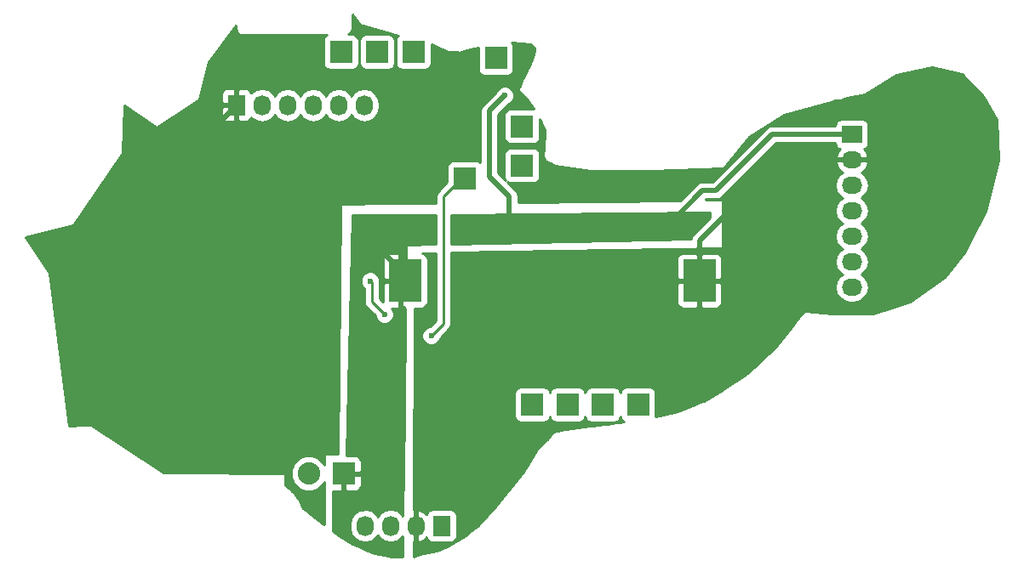
<source format=gbl>
G04 #@! TF.FileFunction,Copper,L2,Bot,Signal*
%FSLAX46Y46*%
G04 Gerber Fmt 4.6, Leading zero omitted, Abs format (unit mm)*
G04 Created by KiCad (PCBNEW (2015-04-17 BZR 5609)-product) date Friday, 04 September 2015 01:49:06 pm*
%MOMM*%
G01*
G04 APERTURE LIST*
%ADD10C,0.100000*%
%ADD11C,2.235200*%
%ADD12R,1.727200X2.032000*%
%ADD13O,1.727200X2.032000*%
%ADD14R,2.235200X2.235200*%
%ADD15R,2.032000X1.727200*%
%ADD16O,2.032000X1.727200*%
%ADD17R,3.200000X4.200000*%
%ADD18C,0.600000*%
%ADD19C,0.500000*%
%ADD20C,0.250000*%
%ADD21C,0.254000*%
G04 APERTURE END LIST*
D10*
D11*
X137769600Y-126187200D03*
D12*
X130606800Y-89509600D03*
D13*
X133146800Y-89509600D03*
X135686800Y-89509600D03*
X138226800Y-89509600D03*
X140766800Y-89509600D03*
X143306800Y-89509600D03*
D14*
X160020000Y-119329200D03*
X163525200Y-119329200D03*
X167030400Y-119329200D03*
X170535600Y-119329200D03*
X159000000Y-91600000D03*
X156400000Y-84800000D03*
X148200000Y-84200000D03*
X144600000Y-84200000D03*
X141000000Y-84200000D03*
X159004000Y-95504000D03*
D12*
X151000000Y-131400000D03*
D13*
X148460000Y-131400000D03*
X145920000Y-131400000D03*
X143380000Y-131400000D03*
D14*
X141274800Y-126187200D03*
D15*
X191800000Y-92400000D03*
D16*
X191800000Y-94940000D03*
X191800000Y-97480000D03*
X191800000Y-100020000D03*
X191800000Y-102560000D03*
X191800000Y-105100000D03*
X191800000Y-107640000D03*
D17*
X147381200Y-106984800D03*
X176651200Y-106984800D03*
D14*
X153314400Y-96774000D03*
D18*
X157734000Y-101346000D03*
X157276800Y-88544400D03*
X146939000Y-103124000D03*
X146050000Y-134112000D03*
X146621500Y-114427000D03*
X143002000Y-100965000D03*
X119481600Y-120548400D03*
X137160000Y-113284000D03*
X152400000Y-106680000D03*
X149961600Y-112471200D03*
X143891000Y-107010200D03*
X145313400Y-110337600D03*
D19*
X191800000Y-92400000D02*
X183901200Y-92400000D01*
X176936400Y-97993200D02*
X173583600Y-101346000D01*
X178308000Y-97993200D02*
X176936400Y-97993200D01*
X183901200Y-92400000D02*
X178308000Y-97993200D01*
X157734000Y-101346000D02*
X157734000Y-98602800D01*
X155752800Y-90068400D02*
X157276800Y-88544400D01*
X155752800Y-96621600D02*
X155752800Y-90068400D01*
X157734000Y-98602800D02*
X155752800Y-96621600D01*
X147381200Y-106984800D02*
X147381200Y-106360200D01*
X147381200Y-106360200D02*
X144145000Y-103124000D01*
X147381200Y-106984800D02*
X147381200Y-103566200D01*
X147381200Y-103566200D02*
X146939000Y-103124000D01*
X146939000Y-114109500D02*
X146621500Y-114427000D01*
X143002000Y-100965000D02*
X143002000Y-101981000D01*
X144145000Y-103124000D02*
X146939000Y-103124000D01*
X143002000Y-101981000D02*
X144145000Y-103124000D01*
X146939000Y-103124000D02*
X146939000Y-114109500D01*
X176651200Y-106984800D02*
X176651200Y-103002800D01*
X184714000Y-94940000D02*
X191800000Y-94940000D01*
X176651200Y-103002800D02*
X184714000Y-94940000D01*
X130606800Y-96621600D02*
X130606800Y-89509600D01*
D20*
X135400800Y-101415600D02*
X130606800Y-96621600D01*
D19*
X135400800Y-104384000D02*
X135400800Y-101415600D01*
X119481600Y-120548400D02*
X124968000Y-115062000D01*
X124968000Y-115062000D02*
X124968000Y-95148400D01*
X124968000Y-95148400D02*
X130606800Y-89509600D01*
X137160000Y-113284000D02*
X136398000Y-112522000D01*
X136398000Y-112522000D02*
X136398000Y-105381200D01*
X136398000Y-105381200D02*
X135400800Y-104384000D01*
D20*
X151180800Y-98602800D02*
X152704800Y-97078800D01*
X151180800Y-111252000D02*
X151180800Y-98602800D01*
X149961600Y-112471200D02*
X151180800Y-111252000D01*
X143891000Y-107010200D02*
X144056100Y-107175300D01*
X144056100Y-107175300D02*
X144056100Y-109080300D01*
X144056100Y-109080300D02*
X145313400Y-110337600D01*
D21*
G36*
X206374511Y-94982323D02*
X205112361Y-100030922D01*
X202965718Y-104197934D01*
X201079500Y-106587143D01*
X197554825Y-109104769D01*
X193909746Y-110236000D01*
X193483345Y-110236000D01*
X193483345Y-107640000D01*
X193369271Y-107066511D01*
X193044415Y-106580330D01*
X192729634Y-106370000D01*
X193044415Y-106159670D01*
X193369271Y-105673489D01*
X193483345Y-105100000D01*
X193369271Y-104526511D01*
X193044415Y-104040330D01*
X192729634Y-103830000D01*
X193044415Y-103619670D01*
X193369271Y-103133489D01*
X193483345Y-102560000D01*
X193369271Y-101986511D01*
X193044415Y-101500330D01*
X192729634Y-101290000D01*
X193044415Y-101079670D01*
X193369271Y-100593489D01*
X193483345Y-100020000D01*
X193369271Y-99446511D01*
X193044415Y-98960330D01*
X192729634Y-98750000D01*
X193044415Y-98539670D01*
X193369271Y-98053489D01*
X193483345Y-97480000D01*
X193369271Y-96906511D01*
X193044415Y-96420330D01*
X192734930Y-96213539D01*
X193150732Y-95842036D01*
X193404709Y-95314791D01*
X193407358Y-95299026D01*
X193286217Y-95067000D01*
X191927000Y-95067000D01*
X191927000Y-95087000D01*
X191673000Y-95087000D01*
X191673000Y-95067000D01*
X190313783Y-95067000D01*
X190192642Y-95299026D01*
X190195291Y-95314791D01*
X190449268Y-95842036D01*
X190865069Y-96213539D01*
X190555585Y-96420330D01*
X190230729Y-96906511D01*
X190116655Y-97480000D01*
X190230729Y-98053489D01*
X190555585Y-98539670D01*
X190870365Y-98750000D01*
X190555585Y-98960330D01*
X190230729Y-99446511D01*
X190116655Y-100020000D01*
X190230729Y-100593489D01*
X190555585Y-101079670D01*
X190870365Y-101290000D01*
X190555585Y-101500330D01*
X190230729Y-101986511D01*
X190116655Y-102560000D01*
X190230729Y-103133489D01*
X190555585Y-103619670D01*
X190870365Y-103830000D01*
X190555585Y-104040330D01*
X190230729Y-104526511D01*
X190116655Y-105100000D01*
X190230729Y-105673489D01*
X190555585Y-106159670D01*
X190870365Y-106370000D01*
X190555585Y-106580330D01*
X190230729Y-107066511D01*
X190116655Y-107640000D01*
X190230729Y-108213489D01*
X190555585Y-108699670D01*
X191041766Y-109024526D01*
X191615255Y-109138600D01*
X191984745Y-109138600D01*
X192558234Y-109024526D01*
X193044415Y-108699670D01*
X193369271Y-108213489D01*
X193483345Y-107640000D01*
X193483345Y-110236000D01*
X189871034Y-110236000D01*
X187140586Y-109975957D01*
X187024199Y-110125596D01*
X187017825Y-110127208D01*
X186992283Y-110146236D01*
X186929952Y-110175587D01*
X186924981Y-110181052D01*
X186918365Y-110184341D01*
X186893349Y-110203661D01*
X186852886Y-110250091D01*
X186803496Y-110286889D01*
X186754294Y-110341414D01*
X186745434Y-110356269D01*
X186732094Y-110367281D01*
X186664189Y-110450506D01*
X186659710Y-110458943D01*
X186652514Y-110465223D01*
X186571210Y-110570647D01*
X186567945Y-110577225D01*
X186562511Y-110582174D01*
X186473112Y-110703291D01*
X186471904Y-110705858D01*
X186469823Y-110707785D01*
X186404478Y-110797836D01*
X185732686Y-111688794D01*
X185043299Y-112541876D01*
X184335720Y-113358604D01*
X183612311Y-114136612D01*
X182875480Y-114873502D01*
X182127782Y-115566791D01*
X181371670Y-116214147D01*
X181041738Y-116473539D01*
X178886200Y-117910565D01*
X178886200Y-109211110D01*
X178886200Y-108958491D01*
X178886200Y-107270550D01*
X178886200Y-106699050D01*
X178886200Y-105011109D01*
X178886200Y-104758490D01*
X178789527Y-104525101D01*
X178610898Y-104346473D01*
X178377509Y-104249800D01*
X176936950Y-104249800D01*
X176778200Y-104408550D01*
X176778200Y-106857800D01*
X178727450Y-106857800D01*
X178886200Y-106699050D01*
X178886200Y-107270550D01*
X178727450Y-107111800D01*
X176778200Y-107111800D01*
X176778200Y-109561050D01*
X176936950Y-109719800D01*
X178377509Y-109719800D01*
X178610898Y-109623127D01*
X178789527Y-109444499D01*
X178886200Y-109211110D01*
X178886200Y-117910565D01*
X178749441Y-118001738D01*
X177057299Y-118958165D01*
X177011430Y-118980770D01*
X176524200Y-119193481D01*
X176524200Y-109561050D01*
X176524200Y-107111800D01*
X176524200Y-106857800D01*
X176524200Y-104408550D01*
X176365450Y-104249800D01*
X174924891Y-104249800D01*
X174691502Y-104346473D01*
X174512873Y-104525101D01*
X174416200Y-104758490D01*
X174416200Y-105011109D01*
X174416200Y-106699050D01*
X174574950Y-106857800D01*
X176524200Y-106857800D01*
X176524200Y-107111800D01*
X174574950Y-107111800D01*
X174416200Y-107270550D01*
X174416200Y-108958491D01*
X174416200Y-109211110D01*
X174512873Y-109444499D01*
X174691502Y-109623127D01*
X174924891Y-109719800D01*
X176365450Y-109719800D01*
X176524200Y-109561050D01*
X176524200Y-119193481D01*
X176186486Y-119340919D01*
X175334620Y-119667624D01*
X174452335Y-119962220D01*
X174151366Y-120048865D01*
X172692718Y-120398941D01*
X172294256Y-120478633D01*
X172300640Y-120446800D01*
X172300640Y-118211600D01*
X172253663Y-117969477D01*
X172113873Y-117756673D01*
X171902840Y-117614223D01*
X171653200Y-117564160D01*
X169418000Y-117564160D01*
X169175877Y-117611137D01*
X168963073Y-117750927D01*
X168820623Y-117961960D01*
X168783205Y-118148542D01*
X168748463Y-117969477D01*
X168608673Y-117756673D01*
X168397640Y-117614223D01*
X168148000Y-117564160D01*
X165912800Y-117564160D01*
X165670677Y-117611137D01*
X165457873Y-117750927D01*
X165315423Y-117961960D01*
X165278005Y-118148542D01*
X165243263Y-117969477D01*
X165103473Y-117756673D01*
X164892440Y-117614223D01*
X164642800Y-117564160D01*
X162407600Y-117564160D01*
X162165477Y-117611137D01*
X161952673Y-117750927D01*
X161810223Y-117961960D01*
X161772805Y-118148542D01*
X161738063Y-117969477D01*
X161598273Y-117756673D01*
X161387240Y-117614223D01*
X161137600Y-117564160D01*
X158902400Y-117564160D01*
X158660277Y-117611137D01*
X158447473Y-117750927D01*
X158305023Y-117961960D01*
X158254960Y-118211600D01*
X158254960Y-120446800D01*
X158301937Y-120688923D01*
X158441727Y-120901727D01*
X158652760Y-121044177D01*
X158902400Y-121094240D01*
X161137600Y-121094240D01*
X161379723Y-121047263D01*
X161592527Y-120907473D01*
X161734977Y-120696440D01*
X161772394Y-120509857D01*
X161807137Y-120688923D01*
X161946927Y-120901727D01*
X162157960Y-121044177D01*
X162407600Y-121094240D01*
X164642800Y-121094240D01*
X164884923Y-121047263D01*
X165097727Y-120907473D01*
X165240177Y-120696440D01*
X165277594Y-120509857D01*
X165312337Y-120688923D01*
X165452127Y-120901727D01*
X165663160Y-121044177D01*
X165912800Y-121094240D01*
X168148000Y-121094240D01*
X168390123Y-121047263D01*
X168602927Y-120907473D01*
X168745377Y-120696440D01*
X168782794Y-120509857D01*
X168817537Y-120688923D01*
X168957327Y-120901727D01*
X169165983Y-121042573D01*
X169097610Y-121051401D01*
X168745752Y-121095475D01*
X168359511Y-121142669D01*
X167934308Y-121193605D01*
X167466362Y-121248811D01*
X166952126Y-121308791D01*
X166952124Y-121308791D01*
X166760577Y-121331046D01*
X166760480Y-121331077D01*
X166760380Y-121331069D01*
X166397568Y-121373329D01*
X166397362Y-121373395D01*
X166397146Y-121373378D01*
X166077334Y-121410831D01*
X166077010Y-121410935D01*
X166076675Y-121410909D01*
X165794781Y-121444198D01*
X165794313Y-121444349D01*
X165793825Y-121444312D01*
X165544770Y-121474077D01*
X165544118Y-121474289D01*
X165543438Y-121474238D01*
X165322144Y-121501126D01*
X165321290Y-121501406D01*
X165320395Y-121501341D01*
X165121780Y-121525992D01*
X165120713Y-121526345D01*
X165119594Y-121526267D01*
X164938579Y-121549325D01*
X164937335Y-121549741D01*
X164936025Y-121549655D01*
X164767533Y-121571762D01*
X164766185Y-121572218D01*
X164764765Y-121572131D01*
X164603714Y-121593930D01*
X164602376Y-121594389D01*
X164600966Y-121594308D01*
X164442278Y-121616442D01*
X164441080Y-121616858D01*
X164439814Y-121616790D01*
X164278410Y-121639901D01*
X164277449Y-121640239D01*
X164276433Y-121640187D01*
X164107232Y-121664918D01*
X164106556Y-121665158D01*
X164105840Y-121665123D01*
X163923763Y-121692118D01*
X163923057Y-121692370D01*
X163922306Y-121692335D01*
X163876194Y-121699273D01*
X163874583Y-121699852D01*
X163872877Y-121699781D01*
X163713564Y-121724550D01*
X163711806Y-121725192D01*
X163709932Y-121725124D01*
X163532265Y-121753724D01*
X163530938Y-121754217D01*
X163529526Y-121754171D01*
X163341123Y-121785283D01*
X163339999Y-121785706D01*
X163338802Y-121785671D01*
X163147283Y-121817974D01*
X163146213Y-121818380D01*
X163145066Y-121818351D01*
X162958046Y-121850527D01*
X162956893Y-121850969D01*
X162955660Y-121850942D01*
X162780761Y-121881670D01*
X162779334Y-121882223D01*
X162777809Y-121882196D01*
X162622647Y-121910157D01*
X162620574Y-121910972D01*
X162618345Y-121910946D01*
X162588557Y-121916510D01*
X162507272Y-121924639D01*
X162496893Y-121933633D01*
X162490538Y-121934821D01*
X162486749Y-121936338D01*
X162482670Y-121936339D01*
X162389838Y-121954807D01*
X162379162Y-121959229D01*
X162367613Y-121959613D01*
X162317372Y-121971354D01*
X162275309Y-121990437D01*
X162229764Y-121998118D01*
X162228606Y-121998558D01*
X162222696Y-122002260D01*
X162215848Y-122003557D01*
X162146943Y-122048677D01*
X162073977Y-122081782D01*
X162043064Y-122114819D01*
X162002123Y-122140474D01*
X161998081Y-122146155D01*
X161992248Y-122149975D01*
X161963679Y-122178018D01*
X161934382Y-122220993D01*
X161895647Y-122255704D01*
X161848588Y-122318411D01*
X161840537Y-122335185D01*
X161827364Y-122348328D01*
X161768081Y-122436824D01*
X161763270Y-122448399D01*
X161754720Y-122457567D01*
X161689480Y-122562976D01*
X161688446Y-122565739D01*
X161686451Y-122567916D01*
X161599143Y-122711683D01*
X160555749Y-123615959D01*
X159153157Y-126038617D01*
X156367716Y-129457113D01*
X154567184Y-131437697D01*
X153989771Y-131899070D01*
X153357325Y-132362519D01*
X152733002Y-132777500D01*
X152511040Y-132909613D01*
X152511040Y-132416000D01*
X152511040Y-130384000D01*
X152464063Y-130141877D01*
X152324273Y-129929073D01*
X152113240Y-129786623D01*
X151863600Y-129736560D01*
X150136400Y-129736560D01*
X149894277Y-129783537D01*
X149681473Y-129923327D01*
X149539023Y-130134360D01*
X149520516Y-130226645D01*
X149362036Y-130049268D01*
X148834791Y-129795291D01*
X148819026Y-129792642D01*
X148587000Y-129913783D01*
X148587000Y-131273000D01*
X148607000Y-131273000D01*
X148607000Y-131527000D01*
X148587000Y-131527000D01*
X148587000Y-132886217D01*
X148819026Y-133007358D01*
X148834791Y-133004709D01*
X149362036Y-132750732D01*
X149519673Y-132574298D01*
X149535937Y-132658123D01*
X149675727Y-132870927D01*
X149886760Y-133013377D01*
X150136400Y-133063440D01*
X151863600Y-133063440D01*
X152105723Y-133016463D01*
X152318527Y-132876673D01*
X152460977Y-132665640D01*
X152511040Y-132416000D01*
X152511040Y-132909613D01*
X152115291Y-133145166D01*
X151502492Y-133466796D01*
X150892799Y-133743692D01*
X150539294Y-133879311D01*
X148801832Y-134245094D01*
X148430505Y-134430757D01*
X148210209Y-134455823D01*
X148216470Y-132947057D01*
X148333000Y-132886217D01*
X148333000Y-131527000D01*
X148313000Y-131527000D01*
X148313000Y-131273000D01*
X148333000Y-131273000D01*
X148333000Y-129913783D01*
X148229281Y-129859631D01*
X148312797Y-109732240D01*
X148981200Y-109732240D01*
X149223323Y-109685263D01*
X149436127Y-109545473D01*
X149578577Y-109334440D01*
X149628640Y-109084800D01*
X149628640Y-104884800D01*
X149581663Y-104642677D01*
X149441873Y-104429873D01*
X149230840Y-104287423D01*
X149058757Y-104252913D01*
X150420800Y-104230306D01*
X150420800Y-110937198D01*
X149821920Y-111536077D01*
X149776433Y-111536038D01*
X149432657Y-111678083D01*
X149169408Y-111940873D01*
X149026762Y-112284401D01*
X149026438Y-112656367D01*
X149168483Y-113000143D01*
X149431273Y-113263392D01*
X149774801Y-113406038D01*
X150146767Y-113406362D01*
X150490543Y-113264317D01*
X150753792Y-113001527D01*
X150896438Y-112657999D01*
X150896478Y-112611123D01*
X151718201Y-111789401D01*
X151882948Y-111542840D01*
X151882948Y-111542839D01*
X151940800Y-111252000D01*
X151940800Y-104205078D01*
X178943000Y-103756910D01*
X178943000Y-98931684D01*
X177231854Y-98949324D01*
X177302979Y-98878200D01*
X178307994Y-98878200D01*
X178308000Y-98878201D01*
X178308000Y-98878200D01*
X178590484Y-98822010D01*
X178646674Y-98810833D01*
X178646675Y-98810833D01*
X178933790Y-98618990D01*
X184267779Y-93285000D01*
X190140712Y-93285000D01*
X190183537Y-93505723D01*
X190323327Y-93718527D01*
X190534360Y-93860977D01*
X190626645Y-93879483D01*
X190449268Y-94037964D01*
X190195291Y-94565209D01*
X190192642Y-94580974D01*
X190313783Y-94813000D01*
X191673000Y-94813000D01*
X191673000Y-94793000D01*
X191927000Y-94793000D01*
X191927000Y-94813000D01*
X193286217Y-94813000D01*
X193407358Y-94580974D01*
X193404709Y-94565209D01*
X193150732Y-94037964D01*
X192974298Y-93880326D01*
X193058123Y-93864063D01*
X193270927Y-93724273D01*
X193413377Y-93513240D01*
X193463440Y-93263600D01*
X193463440Y-91536400D01*
X193416463Y-91294277D01*
X193276673Y-91081473D01*
X193065640Y-90939023D01*
X192816000Y-90888960D01*
X190784000Y-90888960D01*
X190541877Y-90935937D01*
X190329073Y-91075727D01*
X190186623Y-91286760D01*
X190140851Y-91515000D01*
X183901200Y-91515000D01*
X183562525Y-91582367D01*
X183275410Y-91774210D01*
X183275407Y-91774213D01*
X177941420Y-97108200D01*
X176936405Y-97108200D01*
X176936400Y-97108199D01*
X176597725Y-97175567D01*
X176310610Y-97367410D01*
X176310607Y-97367413D01*
X174702621Y-98975399D01*
X158619000Y-99141209D01*
X158619000Y-98602805D01*
X158619000Y-98602800D01*
X158619001Y-98602800D01*
X158562810Y-98320315D01*
X158551633Y-98264126D01*
X158551633Y-98264125D01*
X158359790Y-97977011D01*
X158359790Y-97977010D01*
X158359786Y-97977007D01*
X157529052Y-97146272D01*
X157636760Y-97218977D01*
X157886400Y-97269040D01*
X160121600Y-97269040D01*
X160363723Y-97222063D01*
X160576527Y-97082273D01*
X160718977Y-96871240D01*
X160769040Y-96621600D01*
X160769040Y-94386400D01*
X160722063Y-94144277D01*
X160582273Y-93931473D01*
X160371240Y-93789023D01*
X160121600Y-93738960D01*
X157886400Y-93738960D01*
X157644277Y-93785937D01*
X157431473Y-93925727D01*
X157289023Y-94136760D01*
X157238960Y-94386400D01*
X157238960Y-96621600D01*
X157285937Y-96863723D01*
X157361436Y-96978657D01*
X156637800Y-96255020D01*
X156637800Y-90434979D01*
X157685634Y-89387144D01*
X157805743Y-89337517D01*
X158068992Y-89074727D01*
X158211638Y-88731199D01*
X158211962Y-88359233D01*
X158069917Y-88015457D01*
X157807127Y-87752208D01*
X157463599Y-87609562D01*
X157091633Y-87609238D01*
X156747857Y-87751283D01*
X156484608Y-88014073D01*
X156434233Y-88135387D01*
X155127010Y-89442610D01*
X154935167Y-89729725D01*
X154923989Y-89785915D01*
X154867799Y-90068400D01*
X154867800Y-90068405D01*
X154867800Y-95184683D01*
X154681640Y-95059023D01*
X154432000Y-95008960D01*
X152196800Y-95008960D01*
X151954677Y-95055937D01*
X151741873Y-95195727D01*
X151599423Y-95406760D01*
X151549360Y-95656400D01*
X151549360Y-97159438D01*
X150643399Y-98065399D01*
X150478652Y-98311961D01*
X150420800Y-98602800D01*
X150420800Y-99225727D01*
X146365040Y-99267539D01*
X146365040Y-85317600D01*
X146365040Y-83082400D01*
X146318063Y-82840277D01*
X146178273Y-82627473D01*
X145967240Y-82485023D01*
X145717600Y-82434960D01*
X143482400Y-82434960D01*
X143240277Y-82481937D01*
X143027473Y-82621727D01*
X142885023Y-82832760D01*
X142834960Y-83082400D01*
X142834960Y-85317600D01*
X142881937Y-85559723D01*
X143021727Y-85772527D01*
X143232760Y-85914977D01*
X143482400Y-85965040D01*
X145717600Y-85965040D01*
X145959723Y-85918063D01*
X146172527Y-85778273D01*
X146314977Y-85567240D01*
X146365040Y-85317600D01*
X146365040Y-99267539D01*
X144805400Y-99283617D01*
X144805400Y-89694345D01*
X144805400Y-89324855D01*
X144691326Y-88751366D01*
X144366470Y-88265185D01*
X143880289Y-87940329D01*
X143306800Y-87826255D01*
X142733311Y-87940329D01*
X142247130Y-88265185D01*
X142036800Y-88579965D01*
X141826470Y-88265185D01*
X141340289Y-87940329D01*
X140766800Y-87826255D01*
X140193311Y-87940329D01*
X139707130Y-88265185D01*
X139496800Y-88579965D01*
X139286470Y-88265185D01*
X138800289Y-87940329D01*
X138226800Y-87826255D01*
X137653311Y-87940329D01*
X137167130Y-88265185D01*
X136956800Y-88579965D01*
X136746470Y-88265185D01*
X136260289Y-87940329D01*
X135686800Y-87826255D01*
X135113311Y-87940329D01*
X134627130Y-88265185D01*
X134416800Y-88579965D01*
X134206470Y-88265185D01*
X133720289Y-87940329D01*
X133146800Y-87826255D01*
X132573311Y-87940329D01*
X132087130Y-88265185D01*
X132072300Y-88287379D01*
X132008727Y-88133901D01*
X131830098Y-87955273D01*
X131596709Y-87858600D01*
X130892550Y-87858600D01*
X130733800Y-88017350D01*
X130733800Y-89382600D01*
X130753800Y-89382600D01*
X130753800Y-89636600D01*
X130733800Y-89636600D01*
X130733800Y-91001850D01*
X130892550Y-91160600D01*
X131596709Y-91160600D01*
X131830098Y-91063927D01*
X132008727Y-90885299D01*
X132072300Y-90731820D01*
X132087130Y-90754015D01*
X132573311Y-91078871D01*
X133146800Y-91192945D01*
X133720289Y-91078871D01*
X134206470Y-90754015D01*
X134416800Y-90439234D01*
X134627130Y-90754015D01*
X135113311Y-91078871D01*
X135686800Y-91192945D01*
X136260289Y-91078871D01*
X136746470Y-90754015D01*
X136956800Y-90439234D01*
X137167130Y-90754015D01*
X137653311Y-91078871D01*
X138226800Y-91192945D01*
X138800289Y-91078871D01*
X139286470Y-90754015D01*
X139496800Y-90439234D01*
X139707130Y-90754015D01*
X140193311Y-91078871D01*
X140766800Y-91192945D01*
X141340289Y-91078871D01*
X141826470Y-90754015D01*
X142036800Y-90439234D01*
X142247130Y-90754015D01*
X142733311Y-91078871D01*
X143306800Y-91192945D01*
X143880289Y-91078871D01*
X144366470Y-90754015D01*
X144691326Y-90267834D01*
X144805400Y-89694345D01*
X144805400Y-99283617D01*
X141858345Y-99314000D01*
X140943566Y-99314000D01*
X140691876Y-124231400D01*
X139319000Y-124231400D01*
X139319000Y-125347600D01*
X139256248Y-125195729D01*
X138763664Y-124702285D01*
X138119743Y-124434905D01*
X137422516Y-124434297D01*
X136778129Y-124700552D01*
X136284685Y-125193136D01*
X136017305Y-125837057D01*
X136016697Y-126534284D01*
X136282952Y-127178671D01*
X136775536Y-127672115D01*
X137419457Y-127939495D01*
X138116684Y-127940103D01*
X138761071Y-127673848D01*
X139254515Y-127181264D01*
X139319000Y-127025967D01*
X139319000Y-131293223D01*
X139198272Y-131197363D01*
X138973797Y-131016190D01*
X138722543Y-130810835D01*
X138437727Y-130575915D01*
X138437472Y-130575704D01*
X138437165Y-130575451D01*
X138225131Y-130400183D01*
X138224542Y-130399865D01*
X138224119Y-130399348D01*
X137996260Y-130211732D01*
X137995298Y-130211215D01*
X137994601Y-130210369D01*
X137799709Y-130050921D01*
X137798262Y-130050150D01*
X137797214Y-130048889D01*
X137632051Y-129915053D01*
X137629904Y-129913922D01*
X137628340Y-129912067D01*
X137489667Y-129801286D01*
X137486497Y-129799645D01*
X137484167Y-129796937D01*
X137368746Y-129706651D01*
X137364070Y-129704291D01*
X137360595Y-129700373D01*
X137265189Y-129628026D01*
X137258343Y-129624698D01*
X137253172Y-129619119D01*
X137174543Y-129562154D01*
X137164712Y-129557638D01*
X137157117Y-129549938D01*
X137155504Y-129548844D01*
X137099401Y-129389824D01*
X137081767Y-129360107D01*
X137073464Y-129326563D01*
X136955180Y-129074678D01*
X136938171Y-129051612D01*
X136929012Y-129024461D01*
X136779532Y-128764426D01*
X136762710Y-128745172D01*
X136752776Y-128721614D01*
X136578013Y-128463646D01*
X136559924Y-128445787D01*
X136548359Y-128423152D01*
X136354222Y-128177466D01*
X136335876Y-128161833D01*
X136323446Y-128141183D01*
X136175810Y-127978907D01*
X136152558Y-127961730D01*
X136135638Y-127938291D01*
X135825388Y-127649737D01*
X135796352Y-127631822D01*
X135773758Y-127606259D01*
X135458200Y-127366069D01*
X135458200Y-126214197D01*
X131051320Y-126158413D01*
X131002989Y-126157652D01*
X131002465Y-126157747D01*
X131001943Y-126157636D01*
X130705637Y-126153419D01*
X130705256Y-126153489D01*
X130704879Y-126153409D01*
X130479800Y-126150454D01*
X130479800Y-91001850D01*
X130479800Y-89636600D01*
X130479800Y-89382600D01*
X130479800Y-88017350D01*
X130321050Y-87858600D01*
X129616891Y-87858600D01*
X129383502Y-87955273D01*
X129204873Y-88133901D01*
X129108200Y-88367290D01*
X129108200Y-88619909D01*
X129108200Y-89223850D01*
X129266950Y-89382600D01*
X130479800Y-89382600D01*
X130479800Y-89636600D01*
X129266950Y-89636600D01*
X129108200Y-89795350D01*
X129108200Y-90399291D01*
X129108200Y-90651910D01*
X129204873Y-90885299D01*
X129383502Y-91063927D01*
X129616891Y-91160600D01*
X130321050Y-91160600D01*
X130479800Y-91001850D01*
X130479800Y-126150454D01*
X130372390Y-126149045D01*
X130372120Y-126149095D01*
X130371851Y-126149038D01*
X130000736Y-126144459D01*
X130000546Y-126144494D01*
X130000361Y-126144455D01*
X129588175Y-126139595D01*
X129588052Y-126139617D01*
X129587929Y-126139592D01*
X129345368Y-126136819D01*
X123545253Y-126063400D01*
X123328557Y-126059438D01*
X116163025Y-121333236D01*
X115755057Y-121360433D01*
X115749374Y-121359933D01*
X115640155Y-121342702D01*
X115617000Y-121348275D01*
X115593272Y-121346186D01*
X115530587Y-121353015D01*
X115494406Y-121364400D01*
X115456485Y-121365229D01*
X115359046Y-121386834D01*
X113953515Y-121480537D01*
X111983765Y-106177095D01*
X109628835Y-102644700D01*
X114377746Y-101457472D01*
X119302583Y-94224117D01*
X119448908Y-89541730D01*
X122681202Y-91745567D01*
X126908100Y-88927635D01*
X127828403Y-85246420D01*
X130531400Y-81539453D01*
X130531400Y-81838800D01*
X130583543Y-82100938D01*
X130732032Y-82323168D01*
X130954262Y-82471657D01*
X131216400Y-82523800D01*
X139576548Y-82523800D01*
X139427473Y-82621727D01*
X139285023Y-82832760D01*
X139234960Y-83082400D01*
X139234960Y-85317600D01*
X139281937Y-85559723D01*
X139421727Y-85772527D01*
X139632760Y-85914977D01*
X139882400Y-85965040D01*
X142117600Y-85965040D01*
X142359723Y-85918063D01*
X142572527Y-85778273D01*
X142714977Y-85567240D01*
X142765040Y-85317600D01*
X142765040Y-83082400D01*
X142718063Y-82840277D01*
X142578273Y-82627473D01*
X142367240Y-82485023D01*
X142117600Y-82434960D01*
X141744259Y-82434960D01*
X141911568Y-82323168D01*
X142060057Y-82100938D01*
X142112200Y-81838800D01*
X142112200Y-80469831D01*
X142927450Y-81518010D01*
X146145583Y-82419088D01*
X146730477Y-82554063D01*
X146627473Y-82621727D01*
X146485023Y-82832760D01*
X146434960Y-83082400D01*
X146434960Y-85317600D01*
X146481937Y-85559723D01*
X146621727Y-85772527D01*
X146832760Y-85914977D01*
X147082400Y-85965040D01*
X149317600Y-85965040D01*
X149559723Y-85918063D01*
X149772527Y-85778273D01*
X149914977Y-85567240D01*
X149965040Y-85317600D01*
X149965040Y-83427084D01*
X151609611Y-84201000D01*
X152459067Y-84201000D01*
X152462182Y-84203117D01*
X152569304Y-84225305D01*
X152674535Y-84255154D01*
X152699390Y-84252250D01*
X152723901Y-84257327D01*
X152831360Y-84236831D01*
X152940003Y-84224139D01*
X153443660Y-84061326D01*
X153450220Y-84059238D01*
X154634960Y-83803078D01*
X154634960Y-85917600D01*
X154681937Y-86159723D01*
X154821727Y-86372527D01*
X155032760Y-86514977D01*
X155282400Y-86565040D01*
X157517600Y-86565040D01*
X157759723Y-86518063D01*
X157972527Y-86378273D01*
X158114977Y-86167240D01*
X158165040Y-85917600D01*
X158165040Y-83682400D01*
X158118063Y-83440277D01*
X157985808Y-83238944D01*
X159842711Y-83434408D01*
X160275599Y-83780719D01*
X160275318Y-83839772D01*
X160245294Y-84079009D01*
X160181041Y-84366065D01*
X160152815Y-84458795D01*
X159804852Y-85386696D01*
X159710956Y-85588739D01*
X159597789Y-85823167D01*
X159464218Y-86092345D01*
X159307272Y-86402641D01*
X159234837Y-86545189D01*
X159234616Y-86545975D01*
X159234111Y-86546621D01*
X159146938Y-86719171D01*
X159146662Y-86720160D01*
X159146033Y-86720970D01*
X159068741Y-86875086D01*
X159068395Y-86876341D01*
X159067599Y-86877373D01*
X159002849Y-87007692D01*
X159002329Y-87009607D01*
X159001126Y-87011185D01*
X158951580Y-87112343D01*
X158950540Y-87116263D01*
X158948119Y-87119515D01*
X158916439Y-87186146D01*
X158912290Y-87202567D01*
X158902846Y-87216629D01*
X158891695Y-87243369D01*
X158884003Y-87281561D01*
X158866056Y-87316141D01*
X158864786Y-87330858D01*
X158859324Y-87342450D01*
X158855468Y-87423244D01*
X158851270Y-87444085D01*
X158850970Y-87445277D01*
X158850995Y-87445452D01*
X158838926Y-87505382D01*
X158846435Y-87543610D01*
X158843087Y-87582426D01*
X158843191Y-87583365D01*
X158844937Y-87588882D01*
X158591607Y-88032212D01*
X159542151Y-88982757D01*
X160169505Y-89845369D01*
X160117600Y-89834960D01*
X157882400Y-89834960D01*
X157640277Y-89881937D01*
X157427473Y-90021727D01*
X157285023Y-90232760D01*
X157234960Y-90482400D01*
X157234960Y-92717600D01*
X157281937Y-92959723D01*
X157421727Y-93172527D01*
X157632760Y-93314977D01*
X157882400Y-93365040D01*
X160117600Y-93365040D01*
X160359723Y-93318063D01*
X160572527Y-93178273D01*
X160714977Y-92967240D01*
X160765040Y-92717600D01*
X160765040Y-90876160D01*
X161252075Y-92012578D01*
X161247786Y-92351243D01*
X161231608Y-92752492D01*
X161203793Y-93199686D01*
X161164208Y-93699016D01*
X161152258Y-93842811D01*
X161152509Y-93845020D01*
X161151911Y-93847159D01*
X161139617Y-94007447D01*
X161139914Y-94009916D01*
X161139261Y-94012316D01*
X161129206Y-94156921D01*
X161129634Y-94160275D01*
X161128778Y-94163545D01*
X161121765Y-94280814D01*
X161122682Y-94287485D01*
X161121102Y-94294034D01*
X161117937Y-94372317D01*
X161119165Y-94380127D01*
X161117486Y-94387851D01*
X161114607Y-94550302D01*
X161119144Y-94575434D01*
X161115570Y-94600722D01*
X161142748Y-94706163D01*
X161162096Y-94813323D01*
X161175906Y-94834806D01*
X161182281Y-94859537D01*
X161247741Y-94946551D01*
X161306624Y-95038149D01*
X161327604Y-95052712D01*
X161342958Y-95073121D01*
X161436734Y-95128461D01*
X161526188Y-95190553D01*
X161551144Y-95195978D01*
X161573139Y-95208958D01*
X161712979Y-95257919D01*
X161724791Y-95259588D01*
X161735269Y-95265297D01*
X161835536Y-95296589D01*
X161859735Y-95299167D01*
X161881869Y-95309284D01*
X161966614Y-95329337D01*
X162264040Y-95499295D01*
X165852974Y-96012000D01*
X171833267Y-96012000D01*
X179004239Y-95755894D01*
X181568080Y-92679284D01*
X185091253Y-90414388D01*
X190043386Y-89063805D01*
X190161823Y-89046533D01*
X190162286Y-89046368D01*
X190162775Y-89046393D01*
X190348076Y-89019103D01*
X190348710Y-89018876D01*
X190349383Y-89018909D01*
X190504168Y-88995808D01*
X190505270Y-88995412D01*
X190506443Y-88995465D01*
X190620793Y-88978006D01*
X190621805Y-88977639D01*
X190622882Y-88977684D01*
X190966012Y-88924211D01*
X191089043Y-88879168D01*
X191212384Y-88835110D01*
X191355543Y-88749406D01*
X193087044Y-88384880D01*
X196262245Y-86479759D01*
X199771370Y-85727804D01*
X202754054Y-86349196D01*
X204875507Y-88595441D01*
X206249061Y-90967944D01*
X206374511Y-94982323D01*
X206374511Y-94982323D01*
G37*
X206374511Y-94982323D02*
X205112361Y-100030922D01*
X202965718Y-104197934D01*
X201079500Y-106587143D01*
X197554825Y-109104769D01*
X193909746Y-110236000D01*
X193483345Y-110236000D01*
X193483345Y-107640000D01*
X193369271Y-107066511D01*
X193044415Y-106580330D01*
X192729634Y-106370000D01*
X193044415Y-106159670D01*
X193369271Y-105673489D01*
X193483345Y-105100000D01*
X193369271Y-104526511D01*
X193044415Y-104040330D01*
X192729634Y-103830000D01*
X193044415Y-103619670D01*
X193369271Y-103133489D01*
X193483345Y-102560000D01*
X193369271Y-101986511D01*
X193044415Y-101500330D01*
X192729634Y-101290000D01*
X193044415Y-101079670D01*
X193369271Y-100593489D01*
X193483345Y-100020000D01*
X193369271Y-99446511D01*
X193044415Y-98960330D01*
X192729634Y-98750000D01*
X193044415Y-98539670D01*
X193369271Y-98053489D01*
X193483345Y-97480000D01*
X193369271Y-96906511D01*
X193044415Y-96420330D01*
X192734930Y-96213539D01*
X193150732Y-95842036D01*
X193404709Y-95314791D01*
X193407358Y-95299026D01*
X193286217Y-95067000D01*
X191927000Y-95067000D01*
X191927000Y-95087000D01*
X191673000Y-95087000D01*
X191673000Y-95067000D01*
X190313783Y-95067000D01*
X190192642Y-95299026D01*
X190195291Y-95314791D01*
X190449268Y-95842036D01*
X190865069Y-96213539D01*
X190555585Y-96420330D01*
X190230729Y-96906511D01*
X190116655Y-97480000D01*
X190230729Y-98053489D01*
X190555585Y-98539670D01*
X190870365Y-98750000D01*
X190555585Y-98960330D01*
X190230729Y-99446511D01*
X190116655Y-100020000D01*
X190230729Y-100593489D01*
X190555585Y-101079670D01*
X190870365Y-101290000D01*
X190555585Y-101500330D01*
X190230729Y-101986511D01*
X190116655Y-102560000D01*
X190230729Y-103133489D01*
X190555585Y-103619670D01*
X190870365Y-103830000D01*
X190555585Y-104040330D01*
X190230729Y-104526511D01*
X190116655Y-105100000D01*
X190230729Y-105673489D01*
X190555585Y-106159670D01*
X190870365Y-106370000D01*
X190555585Y-106580330D01*
X190230729Y-107066511D01*
X190116655Y-107640000D01*
X190230729Y-108213489D01*
X190555585Y-108699670D01*
X191041766Y-109024526D01*
X191615255Y-109138600D01*
X191984745Y-109138600D01*
X192558234Y-109024526D01*
X193044415Y-108699670D01*
X193369271Y-108213489D01*
X193483345Y-107640000D01*
X193483345Y-110236000D01*
X189871034Y-110236000D01*
X187140586Y-109975957D01*
X187024199Y-110125596D01*
X187017825Y-110127208D01*
X186992283Y-110146236D01*
X186929952Y-110175587D01*
X186924981Y-110181052D01*
X186918365Y-110184341D01*
X186893349Y-110203661D01*
X186852886Y-110250091D01*
X186803496Y-110286889D01*
X186754294Y-110341414D01*
X186745434Y-110356269D01*
X186732094Y-110367281D01*
X186664189Y-110450506D01*
X186659710Y-110458943D01*
X186652514Y-110465223D01*
X186571210Y-110570647D01*
X186567945Y-110577225D01*
X186562511Y-110582174D01*
X186473112Y-110703291D01*
X186471904Y-110705858D01*
X186469823Y-110707785D01*
X186404478Y-110797836D01*
X185732686Y-111688794D01*
X185043299Y-112541876D01*
X184335720Y-113358604D01*
X183612311Y-114136612D01*
X182875480Y-114873502D01*
X182127782Y-115566791D01*
X181371670Y-116214147D01*
X181041738Y-116473539D01*
X178886200Y-117910565D01*
X178886200Y-109211110D01*
X178886200Y-108958491D01*
X178886200Y-107270550D01*
X178886200Y-106699050D01*
X178886200Y-105011109D01*
X178886200Y-104758490D01*
X178789527Y-104525101D01*
X178610898Y-104346473D01*
X178377509Y-104249800D01*
X176936950Y-104249800D01*
X176778200Y-104408550D01*
X176778200Y-106857800D01*
X178727450Y-106857800D01*
X178886200Y-106699050D01*
X178886200Y-107270550D01*
X178727450Y-107111800D01*
X176778200Y-107111800D01*
X176778200Y-109561050D01*
X176936950Y-109719800D01*
X178377509Y-109719800D01*
X178610898Y-109623127D01*
X178789527Y-109444499D01*
X178886200Y-109211110D01*
X178886200Y-117910565D01*
X178749441Y-118001738D01*
X177057299Y-118958165D01*
X177011430Y-118980770D01*
X176524200Y-119193481D01*
X176524200Y-109561050D01*
X176524200Y-107111800D01*
X176524200Y-106857800D01*
X176524200Y-104408550D01*
X176365450Y-104249800D01*
X174924891Y-104249800D01*
X174691502Y-104346473D01*
X174512873Y-104525101D01*
X174416200Y-104758490D01*
X174416200Y-105011109D01*
X174416200Y-106699050D01*
X174574950Y-106857800D01*
X176524200Y-106857800D01*
X176524200Y-107111800D01*
X174574950Y-107111800D01*
X174416200Y-107270550D01*
X174416200Y-108958491D01*
X174416200Y-109211110D01*
X174512873Y-109444499D01*
X174691502Y-109623127D01*
X174924891Y-109719800D01*
X176365450Y-109719800D01*
X176524200Y-109561050D01*
X176524200Y-119193481D01*
X176186486Y-119340919D01*
X175334620Y-119667624D01*
X174452335Y-119962220D01*
X174151366Y-120048865D01*
X172692718Y-120398941D01*
X172294256Y-120478633D01*
X172300640Y-120446800D01*
X172300640Y-118211600D01*
X172253663Y-117969477D01*
X172113873Y-117756673D01*
X171902840Y-117614223D01*
X171653200Y-117564160D01*
X169418000Y-117564160D01*
X169175877Y-117611137D01*
X168963073Y-117750927D01*
X168820623Y-117961960D01*
X168783205Y-118148542D01*
X168748463Y-117969477D01*
X168608673Y-117756673D01*
X168397640Y-117614223D01*
X168148000Y-117564160D01*
X165912800Y-117564160D01*
X165670677Y-117611137D01*
X165457873Y-117750927D01*
X165315423Y-117961960D01*
X165278005Y-118148542D01*
X165243263Y-117969477D01*
X165103473Y-117756673D01*
X164892440Y-117614223D01*
X164642800Y-117564160D01*
X162407600Y-117564160D01*
X162165477Y-117611137D01*
X161952673Y-117750927D01*
X161810223Y-117961960D01*
X161772805Y-118148542D01*
X161738063Y-117969477D01*
X161598273Y-117756673D01*
X161387240Y-117614223D01*
X161137600Y-117564160D01*
X158902400Y-117564160D01*
X158660277Y-117611137D01*
X158447473Y-117750927D01*
X158305023Y-117961960D01*
X158254960Y-118211600D01*
X158254960Y-120446800D01*
X158301937Y-120688923D01*
X158441727Y-120901727D01*
X158652760Y-121044177D01*
X158902400Y-121094240D01*
X161137600Y-121094240D01*
X161379723Y-121047263D01*
X161592527Y-120907473D01*
X161734977Y-120696440D01*
X161772394Y-120509857D01*
X161807137Y-120688923D01*
X161946927Y-120901727D01*
X162157960Y-121044177D01*
X162407600Y-121094240D01*
X164642800Y-121094240D01*
X164884923Y-121047263D01*
X165097727Y-120907473D01*
X165240177Y-120696440D01*
X165277594Y-120509857D01*
X165312337Y-120688923D01*
X165452127Y-120901727D01*
X165663160Y-121044177D01*
X165912800Y-121094240D01*
X168148000Y-121094240D01*
X168390123Y-121047263D01*
X168602927Y-120907473D01*
X168745377Y-120696440D01*
X168782794Y-120509857D01*
X168817537Y-120688923D01*
X168957327Y-120901727D01*
X169165983Y-121042573D01*
X169097610Y-121051401D01*
X168745752Y-121095475D01*
X168359511Y-121142669D01*
X167934308Y-121193605D01*
X167466362Y-121248811D01*
X166952126Y-121308791D01*
X166952124Y-121308791D01*
X166760577Y-121331046D01*
X166760480Y-121331077D01*
X166760380Y-121331069D01*
X166397568Y-121373329D01*
X166397362Y-121373395D01*
X166397146Y-121373378D01*
X166077334Y-121410831D01*
X166077010Y-121410935D01*
X166076675Y-121410909D01*
X165794781Y-121444198D01*
X165794313Y-121444349D01*
X165793825Y-121444312D01*
X165544770Y-121474077D01*
X165544118Y-121474289D01*
X165543438Y-121474238D01*
X165322144Y-121501126D01*
X165321290Y-121501406D01*
X165320395Y-121501341D01*
X165121780Y-121525992D01*
X165120713Y-121526345D01*
X165119594Y-121526267D01*
X164938579Y-121549325D01*
X164937335Y-121549741D01*
X164936025Y-121549655D01*
X164767533Y-121571762D01*
X164766185Y-121572218D01*
X164764765Y-121572131D01*
X164603714Y-121593930D01*
X164602376Y-121594389D01*
X164600966Y-121594308D01*
X164442278Y-121616442D01*
X164441080Y-121616858D01*
X164439814Y-121616790D01*
X164278410Y-121639901D01*
X164277449Y-121640239D01*
X164276433Y-121640187D01*
X164107232Y-121664918D01*
X164106556Y-121665158D01*
X164105840Y-121665123D01*
X163923763Y-121692118D01*
X163923057Y-121692370D01*
X163922306Y-121692335D01*
X163876194Y-121699273D01*
X163874583Y-121699852D01*
X163872877Y-121699781D01*
X163713564Y-121724550D01*
X163711806Y-121725192D01*
X163709932Y-121725124D01*
X163532265Y-121753724D01*
X163530938Y-121754217D01*
X163529526Y-121754171D01*
X163341123Y-121785283D01*
X163339999Y-121785706D01*
X163338802Y-121785671D01*
X163147283Y-121817974D01*
X163146213Y-121818380D01*
X163145066Y-121818351D01*
X162958046Y-121850527D01*
X162956893Y-121850969D01*
X162955660Y-121850942D01*
X162780761Y-121881670D01*
X162779334Y-121882223D01*
X162777809Y-121882196D01*
X162622647Y-121910157D01*
X162620574Y-121910972D01*
X162618345Y-121910946D01*
X162588557Y-121916510D01*
X162507272Y-121924639D01*
X162496893Y-121933633D01*
X162490538Y-121934821D01*
X162486749Y-121936338D01*
X162482670Y-121936339D01*
X162389838Y-121954807D01*
X162379162Y-121959229D01*
X162367613Y-121959613D01*
X162317372Y-121971354D01*
X162275309Y-121990437D01*
X162229764Y-121998118D01*
X162228606Y-121998558D01*
X162222696Y-122002260D01*
X162215848Y-122003557D01*
X162146943Y-122048677D01*
X162073977Y-122081782D01*
X162043064Y-122114819D01*
X162002123Y-122140474D01*
X161998081Y-122146155D01*
X161992248Y-122149975D01*
X161963679Y-122178018D01*
X161934382Y-122220993D01*
X161895647Y-122255704D01*
X161848588Y-122318411D01*
X161840537Y-122335185D01*
X161827364Y-122348328D01*
X161768081Y-122436824D01*
X161763270Y-122448399D01*
X161754720Y-122457567D01*
X161689480Y-122562976D01*
X161688446Y-122565739D01*
X161686451Y-122567916D01*
X161599143Y-122711683D01*
X160555749Y-123615959D01*
X159153157Y-126038617D01*
X156367716Y-129457113D01*
X154567184Y-131437697D01*
X153989771Y-131899070D01*
X153357325Y-132362519D01*
X152733002Y-132777500D01*
X152511040Y-132909613D01*
X152511040Y-132416000D01*
X152511040Y-130384000D01*
X152464063Y-130141877D01*
X152324273Y-129929073D01*
X152113240Y-129786623D01*
X151863600Y-129736560D01*
X150136400Y-129736560D01*
X149894277Y-129783537D01*
X149681473Y-129923327D01*
X149539023Y-130134360D01*
X149520516Y-130226645D01*
X149362036Y-130049268D01*
X148834791Y-129795291D01*
X148819026Y-129792642D01*
X148587000Y-129913783D01*
X148587000Y-131273000D01*
X148607000Y-131273000D01*
X148607000Y-131527000D01*
X148587000Y-131527000D01*
X148587000Y-132886217D01*
X148819026Y-133007358D01*
X148834791Y-133004709D01*
X149362036Y-132750732D01*
X149519673Y-132574298D01*
X149535937Y-132658123D01*
X149675727Y-132870927D01*
X149886760Y-133013377D01*
X150136400Y-133063440D01*
X151863600Y-133063440D01*
X152105723Y-133016463D01*
X152318527Y-132876673D01*
X152460977Y-132665640D01*
X152511040Y-132416000D01*
X152511040Y-132909613D01*
X152115291Y-133145166D01*
X151502492Y-133466796D01*
X150892799Y-133743692D01*
X150539294Y-133879311D01*
X148801832Y-134245094D01*
X148430505Y-134430757D01*
X148210209Y-134455823D01*
X148216470Y-132947057D01*
X148333000Y-132886217D01*
X148333000Y-131527000D01*
X148313000Y-131527000D01*
X148313000Y-131273000D01*
X148333000Y-131273000D01*
X148333000Y-129913783D01*
X148229281Y-129859631D01*
X148312797Y-109732240D01*
X148981200Y-109732240D01*
X149223323Y-109685263D01*
X149436127Y-109545473D01*
X149578577Y-109334440D01*
X149628640Y-109084800D01*
X149628640Y-104884800D01*
X149581663Y-104642677D01*
X149441873Y-104429873D01*
X149230840Y-104287423D01*
X149058757Y-104252913D01*
X150420800Y-104230306D01*
X150420800Y-110937198D01*
X149821920Y-111536077D01*
X149776433Y-111536038D01*
X149432657Y-111678083D01*
X149169408Y-111940873D01*
X149026762Y-112284401D01*
X149026438Y-112656367D01*
X149168483Y-113000143D01*
X149431273Y-113263392D01*
X149774801Y-113406038D01*
X150146767Y-113406362D01*
X150490543Y-113264317D01*
X150753792Y-113001527D01*
X150896438Y-112657999D01*
X150896478Y-112611123D01*
X151718201Y-111789401D01*
X151882948Y-111542840D01*
X151882948Y-111542839D01*
X151940800Y-111252000D01*
X151940800Y-104205078D01*
X178943000Y-103756910D01*
X178943000Y-98931684D01*
X177231854Y-98949324D01*
X177302979Y-98878200D01*
X178307994Y-98878200D01*
X178308000Y-98878201D01*
X178308000Y-98878200D01*
X178590484Y-98822010D01*
X178646674Y-98810833D01*
X178646675Y-98810833D01*
X178933790Y-98618990D01*
X184267779Y-93285000D01*
X190140712Y-93285000D01*
X190183537Y-93505723D01*
X190323327Y-93718527D01*
X190534360Y-93860977D01*
X190626645Y-93879483D01*
X190449268Y-94037964D01*
X190195291Y-94565209D01*
X190192642Y-94580974D01*
X190313783Y-94813000D01*
X191673000Y-94813000D01*
X191673000Y-94793000D01*
X191927000Y-94793000D01*
X191927000Y-94813000D01*
X193286217Y-94813000D01*
X193407358Y-94580974D01*
X193404709Y-94565209D01*
X193150732Y-94037964D01*
X192974298Y-93880326D01*
X193058123Y-93864063D01*
X193270927Y-93724273D01*
X193413377Y-93513240D01*
X193463440Y-93263600D01*
X193463440Y-91536400D01*
X193416463Y-91294277D01*
X193276673Y-91081473D01*
X193065640Y-90939023D01*
X192816000Y-90888960D01*
X190784000Y-90888960D01*
X190541877Y-90935937D01*
X190329073Y-91075727D01*
X190186623Y-91286760D01*
X190140851Y-91515000D01*
X183901200Y-91515000D01*
X183562525Y-91582367D01*
X183275410Y-91774210D01*
X183275407Y-91774213D01*
X177941420Y-97108200D01*
X176936405Y-97108200D01*
X176936400Y-97108199D01*
X176597725Y-97175567D01*
X176310610Y-97367410D01*
X176310607Y-97367413D01*
X174702621Y-98975399D01*
X158619000Y-99141209D01*
X158619000Y-98602805D01*
X158619000Y-98602800D01*
X158619001Y-98602800D01*
X158562810Y-98320315D01*
X158551633Y-98264126D01*
X158551633Y-98264125D01*
X158359790Y-97977011D01*
X158359790Y-97977010D01*
X158359786Y-97977007D01*
X157529052Y-97146272D01*
X157636760Y-97218977D01*
X157886400Y-97269040D01*
X160121600Y-97269040D01*
X160363723Y-97222063D01*
X160576527Y-97082273D01*
X160718977Y-96871240D01*
X160769040Y-96621600D01*
X160769040Y-94386400D01*
X160722063Y-94144277D01*
X160582273Y-93931473D01*
X160371240Y-93789023D01*
X160121600Y-93738960D01*
X157886400Y-93738960D01*
X157644277Y-93785937D01*
X157431473Y-93925727D01*
X157289023Y-94136760D01*
X157238960Y-94386400D01*
X157238960Y-96621600D01*
X157285937Y-96863723D01*
X157361436Y-96978657D01*
X156637800Y-96255020D01*
X156637800Y-90434979D01*
X157685634Y-89387144D01*
X157805743Y-89337517D01*
X158068992Y-89074727D01*
X158211638Y-88731199D01*
X158211962Y-88359233D01*
X158069917Y-88015457D01*
X157807127Y-87752208D01*
X157463599Y-87609562D01*
X157091633Y-87609238D01*
X156747857Y-87751283D01*
X156484608Y-88014073D01*
X156434233Y-88135387D01*
X155127010Y-89442610D01*
X154935167Y-89729725D01*
X154923989Y-89785915D01*
X154867799Y-90068400D01*
X154867800Y-90068405D01*
X154867800Y-95184683D01*
X154681640Y-95059023D01*
X154432000Y-95008960D01*
X152196800Y-95008960D01*
X151954677Y-95055937D01*
X151741873Y-95195727D01*
X151599423Y-95406760D01*
X151549360Y-95656400D01*
X151549360Y-97159438D01*
X150643399Y-98065399D01*
X150478652Y-98311961D01*
X150420800Y-98602800D01*
X150420800Y-99225727D01*
X146365040Y-99267539D01*
X146365040Y-85317600D01*
X146365040Y-83082400D01*
X146318063Y-82840277D01*
X146178273Y-82627473D01*
X145967240Y-82485023D01*
X145717600Y-82434960D01*
X143482400Y-82434960D01*
X143240277Y-82481937D01*
X143027473Y-82621727D01*
X142885023Y-82832760D01*
X142834960Y-83082400D01*
X142834960Y-85317600D01*
X142881937Y-85559723D01*
X143021727Y-85772527D01*
X143232760Y-85914977D01*
X143482400Y-85965040D01*
X145717600Y-85965040D01*
X145959723Y-85918063D01*
X146172527Y-85778273D01*
X146314977Y-85567240D01*
X146365040Y-85317600D01*
X146365040Y-99267539D01*
X144805400Y-99283617D01*
X144805400Y-89694345D01*
X144805400Y-89324855D01*
X144691326Y-88751366D01*
X144366470Y-88265185D01*
X143880289Y-87940329D01*
X143306800Y-87826255D01*
X142733311Y-87940329D01*
X142247130Y-88265185D01*
X142036800Y-88579965D01*
X141826470Y-88265185D01*
X141340289Y-87940329D01*
X140766800Y-87826255D01*
X140193311Y-87940329D01*
X139707130Y-88265185D01*
X139496800Y-88579965D01*
X139286470Y-88265185D01*
X138800289Y-87940329D01*
X138226800Y-87826255D01*
X137653311Y-87940329D01*
X137167130Y-88265185D01*
X136956800Y-88579965D01*
X136746470Y-88265185D01*
X136260289Y-87940329D01*
X135686800Y-87826255D01*
X135113311Y-87940329D01*
X134627130Y-88265185D01*
X134416800Y-88579965D01*
X134206470Y-88265185D01*
X133720289Y-87940329D01*
X133146800Y-87826255D01*
X132573311Y-87940329D01*
X132087130Y-88265185D01*
X132072300Y-88287379D01*
X132008727Y-88133901D01*
X131830098Y-87955273D01*
X131596709Y-87858600D01*
X130892550Y-87858600D01*
X130733800Y-88017350D01*
X130733800Y-89382600D01*
X130753800Y-89382600D01*
X130753800Y-89636600D01*
X130733800Y-89636600D01*
X130733800Y-91001850D01*
X130892550Y-91160600D01*
X131596709Y-91160600D01*
X131830098Y-91063927D01*
X132008727Y-90885299D01*
X132072300Y-90731820D01*
X132087130Y-90754015D01*
X132573311Y-91078871D01*
X133146800Y-91192945D01*
X133720289Y-91078871D01*
X134206470Y-90754015D01*
X134416800Y-90439234D01*
X134627130Y-90754015D01*
X135113311Y-91078871D01*
X135686800Y-91192945D01*
X136260289Y-91078871D01*
X136746470Y-90754015D01*
X136956800Y-90439234D01*
X137167130Y-90754015D01*
X137653311Y-91078871D01*
X138226800Y-91192945D01*
X138800289Y-91078871D01*
X139286470Y-90754015D01*
X139496800Y-90439234D01*
X139707130Y-90754015D01*
X140193311Y-91078871D01*
X140766800Y-91192945D01*
X141340289Y-91078871D01*
X141826470Y-90754015D01*
X142036800Y-90439234D01*
X142247130Y-90754015D01*
X142733311Y-91078871D01*
X143306800Y-91192945D01*
X143880289Y-91078871D01*
X144366470Y-90754015D01*
X144691326Y-90267834D01*
X144805400Y-89694345D01*
X144805400Y-99283617D01*
X141858345Y-99314000D01*
X140943566Y-99314000D01*
X140691876Y-124231400D01*
X139319000Y-124231400D01*
X139319000Y-125347600D01*
X139256248Y-125195729D01*
X138763664Y-124702285D01*
X138119743Y-124434905D01*
X137422516Y-124434297D01*
X136778129Y-124700552D01*
X136284685Y-125193136D01*
X136017305Y-125837057D01*
X136016697Y-126534284D01*
X136282952Y-127178671D01*
X136775536Y-127672115D01*
X137419457Y-127939495D01*
X138116684Y-127940103D01*
X138761071Y-127673848D01*
X139254515Y-127181264D01*
X139319000Y-127025967D01*
X139319000Y-131293223D01*
X139198272Y-131197363D01*
X138973797Y-131016190D01*
X138722543Y-130810835D01*
X138437727Y-130575915D01*
X138437472Y-130575704D01*
X138437165Y-130575451D01*
X138225131Y-130400183D01*
X138224542Y-130399865D01*
X138224119Y-130399348D01*
X137996260Y-130211732D01*
X137995298Y-130211215D01*
X137994601Y-130210369D01*
X137799709Y-130050921D01*
X137798262Y-130050150D01*
X137797214Y-130048889D01*
X137632051Y-129915053D01*
X137629904Y-129913922D01*
X137628340Y-129912067D01*
X137489667Y-129801286D01*
X137486497Y-129799645D01*
X137484167Y-129796937D01*
X137368746Y-129706651D01*
X137364070Y-129704291D01*
X137360595Y-129700373D01*
X137265189Y-129628026D01*
X137258343Y-129624698D01*
X137253172Y-129619119D01*
X137174543Y-129562154D01*
X137164712Y-129557638D01*
X137157117Y-129549938D01*
X137155504Y-129548844D01*
X137099401Y-129389824D01*
X137081767Y-129360107D01*
X137073464Y-129326563D01*
X136955180Y-129074678D01*
X136938171Y-129051612D01*
X136929012Y-129024461D01*
X136779532Y-128764426D01*
X136762710Y-128745172D01*
X136752776Y-128721614D01*
X136578013Y-128463646D01*
X136559924Y-128445787D01*
X136548359Y-128423152D01*
X136354222Y-128177466D01*
X136335876Y-128161833D01*
X136323446Y-128141183D01*
X136175810Y-127978907D01*
X136152558Y-127961730D01*
X136135638Y-127938291D01*
X135825388Y-127649737D01*
X135796352Y-127631822D01*
X135773758Y-127606259D01*
X135458200Y-127366069D01*
X135458200Y-126214197D01*
X131051320Y-126158413D01*
X131002989Y-126157652D01*
X131002465Y-126157747D01*
X131001943Y-126157636D01*
X130705637Y-126153419D01*
X130705256Y-126153489D01*
X130704879Y-126153409D01*
X130479800Y-126150454D01*
X130479800Y-91001850D01*
X130479800Y-89636600D01*
X130479800Y-89382600D01*
X130479800Y-88017350D01*
X130321050Y-87858600D01*
X129616891Y-87858600D01*
X129383502Y-87955273D01*
X129204873Y-88133901D01*
X129108200Y-88367290D01*
X129108200Y-88619909D01*
X129108200Y-89223850D01*
X129266950Y-89382600D01*
X130479800Y-89382600D01*
X130479800Y-89636600D01*
X129266950Y-89636600D01*
X129108200Y-89795350D01*
X129108200Y-90399291D01*
X129108200Y-90651910D01*
X129204873Y-90885299D01*
X129383502Y-91063927D01*
X129616891Y-91160600D01*
X130321050Y-91160600D01*
X130479800Y-91001850D01*
X130479800Y-126150454D01*
X130372390Y-126149045D01*
X130372120Y-126149095D01*
X130371851Y-126149038D01*
X130000736Y-126144459D01*
X130000546Y-126144494D01*
X130000361Y-126144455D01*
X129588175Y-126139595D01*
X129588052Y-126139617D01*
X129587929Y-126139592D01*
X129345368Y-126136819D01*
X123545253Y-126063400D01*
X123328557Y-126059438D01*
X116163025Y-121333236D01*
X115755057Y-121360433D01*
X115749374Y-121359933D01*
X115640155Y-121342702D01*
X115617000Y-121348275D01*
X115593272Y-121346186D01*
X115530587Y-121353015D01*
X115494406Y-121364400D01*
X115456485Y-121365229D01*
X115359046Y-121386834D01*
X113953515Y-121480537D01*
X111983765Y-106177095D01*
X109628835Y-102644700D01*
X114377746Y-101457472D01*
X119302583Y-94224117D01*
X119448908Y-89541730D01*
X122681202Y-91745567D01*
X126908100Y-88927635D01*
X127828403Y-85246420D01*
X130531400Y-81539453D01*
X130531400Y-81838800D01*
X130583543Y-82100938D01*
X130732032Y-82323168D01*
X130954262Y-82471657D01*
X131216400Y-82523800D01*
X139576548Y-82523800D01*
X139427473Y-82621727D01*
X139285023Y-82832760D01*
X139234960Y-83082400D01*
X139234960Y-85317600D01*
X139281937Y-85559723D01*
X139421727Y-85772527D01*
X139632760Y-85914977D01*
X139882400Y-85965040D01*
X142117600Y-85965040D01*
X142359723Y-85918063D01*
X142572527Y-85778273D01*
X142714977Y-85567240D01*
X142765040Y-85317600D01*
X142765040Y-83082400D01*
X142718063Y-82840277D01*
X142578273Y-82627473D01*
X142367240Y-82485023D01*
X142117600Y-82434960D01*
X141744259Y-82434960D01*
X141911568Y-82323168D01*
X142060057Y-82100938D01*
X142112200Y-81838800D01*
X142112200Y-80469831D01*
X142927450Y-81518010D01*
X146145583Y-82419088D01*
X146730477Y-82554063D01*
X146627473Y-82621727D01*
X146485023Y-82832760D01*
X146434960Y-83082400D01*
X146434960Y-85317600D01*
X146481937Y-85559723D01*
X146621727Y-85772527D01*
X146832760Y-85914977D01*
X147082400Y-85965040D01*
X149317600Y-85965040D01*
X149559723Y-85918063D01*
X149772527Y-85778273D01*
X149914977Y-85567240D01*
X149965040Y-85317600D01*
X149965040Y-83427084D01*
X151609611Y-84201000D01*
X152459067Y-84201000D01*
X152462182Y-84203117D01*
X152569304Y-84225305D01*
X152674535Y-84255154D01*
X152699390Y-84252250D01*
X152723901Y-84257327D01*
X152831360Y-84236831D01*
X152940003Y-84224139D01*
X153443660Y-84061326D01*
X153450220Y-84059238D01*
X154634960Y-83803078D01*
X154634960Y-85917600D01*
X154681937Y-86159723D01*
X154821727Y-86372527D01*
X155032760Y-86514977D01*
X155282400Y-86565040D01*
X157517600Y-86565040D01*
X157759723Y-86518063D01*
X157972527Y-86378273D01*
X158114977Y-86167240D01*
X158165040Y-85917600D01*
X158165040Y-83682400D01*
X158118063Y-83440277D01*
X157985808Y-83238944D01*
X159842711Y-83434408D01*
X160275599Y-83780719D01*
X160275318Y-83839772D01*
X160245294Y-84079009D01*
X160181041Y-84366065D01*
X160152815Y-84458795D01*
X159804852Y-85386696D01*
X159710956Y-85588739D01*
X159597789Y-85823167D01*
X159464218Y-86092345D01*
X159307272Y-86402641D01*
X159234837Y-86545189D01*
X159234616Y-86545975D01*
X159234111Y-86546621D01*
X159146938Y-86719171D01*
X159146662Y-86720160D01*
X159146033Y-86720970D01*
X159068741Y-86875086D01*
X159068395Y-86876341D01*
X159067599Y-86877373D01*
X159002849Y-87007692D01*
X159002329Y-87009607D01*
X159001126Y-87011185D01*
X158951580Y-87112343D01*
X158950540Y-87116263D01*
X158948119Y-87119515D01*
X158916439Y-87186146D01*
X158912290Y-87202567D01*
X158902846Y-87216629D01*
X158891695Y-87243369D01*
X158884003Y-87281561D01*
X158866056Y-87316141D01*
X158864786Y-87330858D01*
X158859324Y-87342450D01*
X158855468Y-87423244D01*
X158851270Y-87444085D01*
X158850970Y-87445277D01*
X158850995Y-87445452D01*
X158838926Y-87505382D01*
X158846435Y-87543610D01*
X158843087Y-87582426D01*
X158843191Y-87583365D01*
X158844937Y-87588882D01*
X158591607Y-88032212D01*
X159542151Y-88982757D01*
X160169505Y-89845369D01*
X160117600Y-89834960D01*
X157882400Y-89834960D01*
X157640277Y-89881937D01*
X157427473Y-90021727D01*
X157285023Y-90232760D01*
X157234960Y-90482400D01*
X157234960Y-92717600D01*
X157281937Y-92959723D01*
X157421727Y-93172527D01*
X157632760Y-93314977D01*
X157882400Y-93365040D01*
X160117600Y-93365040D01*
X160359723Y-93318063D01*
X160572527Y-93178273D01*
X160714977Y-92967240D01*
X160765040Y-92717600D01*
X160765040Y-90876160D01*
X161252075Y-92012578D01*
X161247786Y-92351243D01*
X161231608Y-92752492D01*
X161203793Y-93199686D01*
X161164208Y-93699016D01*
X161152258Y-93842811D01*
X161152509Y-93845020D01*
X161151911Y-93847159D01*
X161139617Y-94007447D01*
X161139914Y-94009916D01*
X161139261Y-94012316D01*
X161129206Y-94156921D01*
X161129634Y-94160275D01*
X161128778Y-94163545D01*
X161121765Y-94280814D01*
X161122682Y-94287485D01*
X161121102Y-94294034D01*
X161117937Y-94372317D01*
X161119165Y-94380127D01*
X161117486Y-94387851D01*
X161114607Y-94550302D01*
X161119144Y-94575434D01*
X161115570Y-94600722D01*
X161142748Y-94706163D01*
X161162096Y-94813323D01*
X161175906Y-94834806D01*
X161182281Y-94859537D01*
X161247741Y-94946551D01*
X161306624Y-95038149D01*
X161327604Y-95052712D01*
X161342958Y-95073121D01*
X161436734Y-95128461D01*
X161526188Y-95190553D01*
X161551144Y-95195978D01*
X161573139Y-95208958D01*
X161712979Y-95257919D01*
X161724791Y-95259588D01*
X161735269Y-95265297D01*
X161835536Y-95296589D01*
X161859735Y-95299167D01*
X161881869Y-95309284D01*
X161966614Y-95329337D01*
X162264040Y-95499295D01*
X165852974Y-96012000D01*
X171833267Y-96012000D01*
X179004239Y-95755894D01*
X181568080Y-92679284D01*
X185091253Y-90414388D01*
X190043386Y-89063805D01*
X190161823Y-89046533D01*
X190162286Y-89046368D01*
X190162775Y-89046393D01*
X190348076Y-89019103D01*
X190348710Y-89018876D01*
X190349383Y-89018909D01*
X190504168Y-88995808D01*
X190505270Y-88995412D01*
X190506443Y-88995465D01*
X190620793Y-88978006D01*
X190621805Y-88977639D01*
X190622882Y-88977684D01*
X190966012Y-88924211D01*
X191089043Y-88879168D01*
X191212384Y-88835110D01*
X191355543Y-88749406D01*
X193087044Y-88384880D01*
X196262245Y-86479759D01*
X199771370Y-85727804D01*
X202754054Y-86349196D01*
X204875507Y-88595441D01*
X206249061Y-90967944D01*
X206374511Y-94982323D01*
G36*
X150420800Y-103318165D02*
X147448395Y-103380611D01*
X147406076Y-107131800D01*
X147254200Y-107131800D01*
X147254200Y-107111800D01*
X147254200Y-106857800D01*
X147254200Y-104408550D01*
X147095450Y-104249800D01*
X145654891Y-104249800D01*
X145421502Y-104346473D01*
X145242873Y-104525101D01*
X145146200Y-104758490D01*
X145146200Y-105011109D01*
X145146200Y-106699050D01*
X145304950Y-106857800D01*
X147254200Y-106857800D01*
X147254200Y-107111800D01*
X145304950Y-107111800D01*
X145146200Y-107270550D01*
X145146200Y-108958491D01*
X145146200Y-109095598D01*
X144816100Y-108765498D01*
X144816100Y-107220450D01*
X144825838Y-107196999D01*
X144826162Y-106825033D01*
X144684117Y-106481257D01*
X144421327Y-106218008D01*
X144077799Y-106075362D01*
X143705833Y-106075038D01*
X143362057Y-106217083D01*
X143098808Y-106479873D01*
X142956162Y-106823401D01*
X142955838Y-107195367D01*
X143097883Y-107539143D01*
X143296100Y-107737706D01*
X143296100Y-109080300D01*
X143353952Y-109371139D01*
X143518699Y-109617701D01*
X144378277Y-110477279D01*
X144378238Y-110522767D01*
X144520283Y-110866543D01*
X144783073Y-111129792D01*
X145126601Y-111272438D01*
X145498567Y-111272762D01*
X145842343Y-111130717D01*
X146105592Y-110867927D01*
X146248238Y-110524399D01*
X146248562Y-110152433D01*
X146106517Y-109808657D01*
X146017814Y-109719800D01*
X147095450Y-109719800D01*
X147254198Y-109561052D01*
X147254198Y-109719800D01*
X147254200Y-109719800D01*
X147376881Y-109719800D01*
X147254200Y-120594597D01*
X147143573Y-130400883D01*
X146979670Y-130155585D01*
X146493489Y-129830729D01*
X145920000Y-129716655D01*
X145346511Y-129830729D01*
X144860330Y-130155585D01*
X144650000Y-130470365D01*
X144439670Y-130155585D01*
X143953489Y-129830729D01*
X143380000Y-129716655D01*
X143027400Y-129786791D01*
X143027400Y-127431110D01*
X143027400Y-127178491D01*
X143027400Y-126472950D01*
X142868650Y-126314200D01*
X141401800Y-126314200D01*
X141401800Y-127781050D01*
X141560550Y-127939800D01*
X142518709Y-127939800D01*
X142752098Y-127843127D01*
X142930727Y-127664499D01*
X143027400Y-127431110D01*
X143027400Y-129786791D01*
X142806511Y-129830729D01*
X142320330Y-130155585D01*
X141995474Y-130641766D01*
X141881400Y-131215255D01*
X141881400Y-131584745D01*
X141995474Y-132158234D01*
X142320330Y-132644415D01*
X142806511Y-132969271D01*
X143380000Y-133083345D01*
X143953489Y-132969271D01*
X144439670Y-132644415D01*
X144650000Y-132329634D01*
X144860330Y-132644415D01*
X145346511Y-132969271D01*
X145920000Y-133083345D01*
X146493489Y-132969271D01*
X146979670Y-132644415D01*
X147120643Y-132433432D01*
X147097095Y-134520830D01*
X146987378Y-134520684D01*
X146759326Y-134516724D01*
X146557397Y-134509332D01*
X146399532Y-134499102D01*
X145996668Y-134455926D01*
X145357223Y-134352458D01*
X144721910Y-134206808D01*
X144084650Y-134017416D01*
X143443541Y-133783268D01*
X142796868Y-133503300D01*
X142143064Y-133176440D01*
X141480711Y-132801648D01*
X140808565Y-132377987D01*
X140182600Y-131944192D01*
X140182600Y-127939800D01*
X140989050Y-127939800D01*
X141147800Y-127781050D01*
X141147800Y-126314200D01*
X141127800Y-126314200D01*
X141127800Y-126060200D01*
X141147800Y-126060200D01*
X141147800Y-126040200D01*
X141401800Y-126040200D01*
X141401800Y-126060200D01*
X142868650Y-126060200D01*
X143027400Y-125901450D01*
X143027400Y-125195909D01*
X143027400Y-124943290D01*
X142930727Y-124709901D01*
X142752098Y-124531273D01*
X142518709Y-124434600D01*
X141573010Y-124434600D01*
X142110187Y-100457000D01*
X148590552Y-100457000D01*
X150420800Y-100441084D01*
X150420800Y-103318165D01*
X150420800Y-103318165D01*
G37*
X150420800Y-103318165D02*
X147448395Y-103380611D01*
X147406076Y-107131800D01*
X147254200Y-107131800D01*
X147254200Y-107111800D01*
X147254200Y-106857800D01*
X147254200Y-104408550D01*
X147095450Y-104249800D01*
X145654891Y-104249800D01*
X145421502Y-104346473D01*
X145242873Y-104525101D01*
X145146200Y-104758490D01*
X145146200Y-105011109D01*
X145146200Y-106699050D01*
X145304950Y-106857800D01*
X147254200Y-106857800D01*
X147254200Y-107111800D01*
X145304950Y-107111800D01*
X145146200Y-107270550D01*
X145146200Y-108958491D01*
X145146200Y-109095598D01*
X144816100Y-108765498D01*
X144816100Y-107220450D01*
X144825838Y-107196999D01*
X144826162Y-106825033D01*
X144684117Y-106481257D01*
X144421327Y-106218008D01*
X144077799Y-106075362D01*
X143705833Y-106075038D01*
X143362057Y-106217083D01*
X143098808Y-106479873D01*
X142956162Y-106823401D01*
X142955838Y-107195367D01*
X143097883Y-107539143D01*
X143296100Y-107737706D01*
X143296100Y-109080300D01*
X143353952Y-109371139D01*
X143518699Y-109617701D01*
X144378277Y-110477279D01*
X144378238Y-110522767D01*
X144520283Y-110866543D01*
X144783073Y-111129792D01*
X145126601Y-111272438D01*
X145498567Y-111272762D01*
X145842343Y-111130717D01*
X146105592Y-110867927D01*
X146248238Y-110524399D01*
X146248562Y-110152433D01*
X146106517Y-109808657D01*
X146017814Y-109719800D01*
X147095450Y-109719800D01*
X147254198Y-109561052D01*
X147254198Y-109719800D01*
X147254200Y-109719800D01*
X147376881Y-109719800D01*
X147254200Y-120594597D01*
X147143573Y-130400883D01*
X146979670Y-130155585D01*
X146493489Y-129830729D01*
X145920000Y-129716655D01*
X145346511Y-129830729D01*
X144860330Y-130155585D01*
X144650000Y-130470365D01*
X144439670Y-130155585D01*
X143953489Y-129830729D01*
X143380000Y-129716655D01*
X143027400Y-129786791D01*
X143027400Y-127431110D01*
X143027400Y-127178491D01*
X143027400Y-126472950D01*
X142868650Y-126314200D01*
X141401800Y-126314200D01*
X141401800Y-127781050D01*
X141560550Y-127939800D01*
X142518709Y-127939800D01*
X142752098Y-127843127D01*
X142930727Y-127664499D01*
X143027400Y-127431110D01*
X143027400Y-129786791D01*
X142806511Y-129830729D01*
X142320330Y-130155585D01*
X141995474Y-130641766D01*
X141881400Y-131215255D01*
X141881400Y-131584745D01*
X141995474Y-132158234D01*
X142320330Y-132644415D01*
X142806511Y-132969271D01*
X143380000Y-133083345D01*
X143953489Y-132969271D01*
X144439670Y-132644415D01*
X144650000Y-132329634D01*
X144860330Y-132644415D01*
X145346511Y-132969271D01*
X145920000Y-133083345D01*
X146493489Y-132969271D01*
X146979670Y-132644415D01*
X147120643Y-132433432D01*
X147097095Y-134520830D01*
X146987378Y-134520684D01*
X146759326Y-134516724D01*
X146557397Y-134509332D01*
X146399532Y-134499102D01*
X145996668Y-134455926D01*
X145357223Y-134352458D01*
X144721910Y-134206808D01*
X144084650Y-134017416D01*
X143443541Y-133783268D01*
X142796868Y-133503300D01*
X142143064Y-133176440D01*
X141480711Y-132801648D01*
X140808565Y-132377987D01*
X140182600Y-131944192D01*
X140182600Y-127939800D01*
X140989050Y-127939800D01*
X141147800Y-127781050D01*
X141147800Y-126314200D01*
X141127800Y-126314200D01*
X141127800Y-126060200D01*
X141147800Y-126060200D01*
X141147800Y-126040200D01*
X141401800Y-126040200D01*
X141401800Y-126060200D01*
X142868650Y-126060200D01*
X143027400Y-125901450D01*
X143027400Y-125195909D01*
X143027400Y-124943290D01*
X142930727Y-124709901D01*
X142752098Y-124531273D01*
X142518709Y-124434600D01*
X141573010Y-124434600D01*
X142110187Y-100457000D01*
X148590552Y-100457000D01*
X150420800Y-100441084D01*
X150420800Y-103318165D01*
G36*
X177673000Y-100729420D02*
X176025410Y-102377010D01*
X175833567Y-102664125D01*
X175822389Y-102720315D01*
X175809565Y-102784787D01*
X151940800Y-103286232D01*
X151940800Y-100427867D01*
X177673000Y-100204109D01*
X177673000Y-100729420D01*
X177673000Y-100729420D01*
G37*
X177673000Y-100729420D02*
X176025410Y-102377010D01*
X175833567Y-102664125D01*
X175822389Y-102720315D01*
X175809565Y-102784787D01*
X151940800Y-103286232D01*
X151940800Y-100427867D01*
X177673000Y-100204109D01*
X177673000Y-100729420D01*
M02*

</source>
